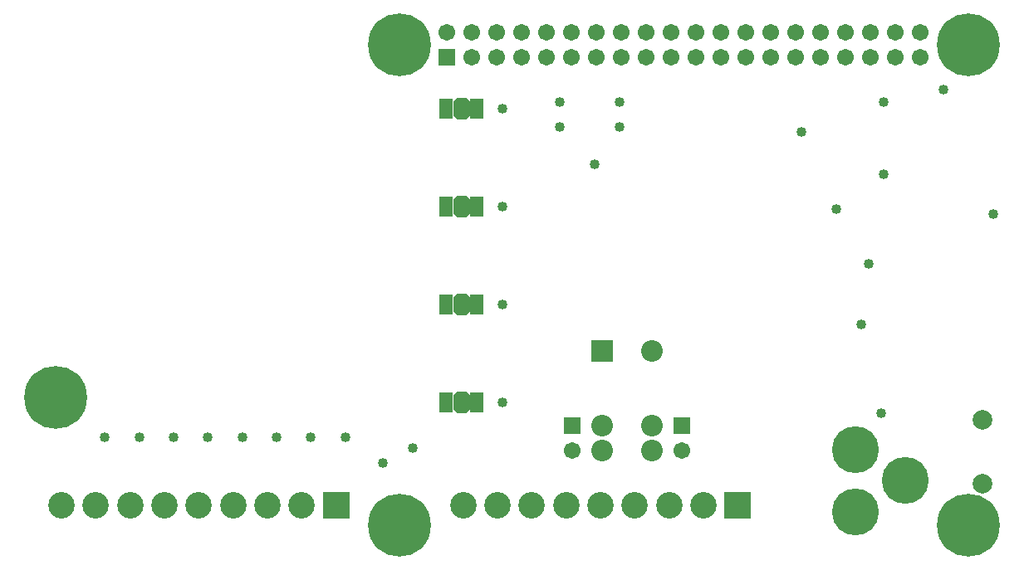
<source format=gbs>
%FSTAX24Y24*%
%MOIN*%
G70*
G01*
G75*
G04 Layer_Color=8388736*
%ADD10R,0.0315X0.0374*%
%ADD11R,0.0374X0.0315*%
%ADD12R,0.0472X0.0256*%
G04:AMPARAMS|DCode=13|XSize=21.7mil|YSize=47.2mil|CornerRadius=0mil|HoleSize=0mil|Usage=FLASHONLY|Rotation=270.000|XOffset=0mil|YOffset=0mil|HoleType=Round|Shape=Octagon|*
%AMOCTAGOND13*
4,1,8,0.0236,0.0054,0.0236,-0.0054,0.0182,-0.0108,-0.0182,-0.0108,-0.0236,-0.0054,-0.0236,0.0054,-0.0182,0.0108,0.0182,0.0108,0.0236,0.0054,0.0*
%
%ADD13OCTAGOND13*%

%ADD14R,0.0472X0.0217*%
%ADD15R,0.0512X0.1063*%
%ADD16O,0.0236X0.0866*%
%ADD17R,0.0236X0.0866*%
%ADD18R,0.0630X0.0630*%
%ADD19R,0.1299X0.1004*%
%ADD20R,0.0374X0.1004*%
%ADD21C,0.0100*%
%ADD22C,0.0200*%
%ADD23C,0.0150*%
%ADD24C,0.0039*%
%ADD25R,0.0787X0.0787*%
%ADD26C,0.0787*%
%ADD27C,0.0591*%
%ADD28R,0.0591X0.0591*%
%ADD29C,0.0709*%
%ADD30R,0.0591X0.0591*%
%ADD31C,0.1800*%
%ADD32C,0.0984*%
%ADD33R,0.0984X0.0984*%
G04:AMPARAMS|DCode=34|XSize=78.7mil|YSize=60mil|CornerRadius=0mil|HoleSize=0mil|Usage=FLASHONLY|Rotation=270.000|XOffset=0mil|YOffset=0mil|HoleType=Round|Shape=Octagon|*
%AMOCTAGOND34*
4,1,8,-0.0150,-0.0394,0.0150,-0.0394,0.0300,-0.0244,0.0300,0.0244,0.0150,0.0394,-0.0150,0.0394,-0.0300,0.0244,-0.0300,-0.0244,-0.0150,-0.0394,0.0*
%
%ADD34OCTAGOND34*%

%ADD35C,0.2441*%
%ADD36C,0.0320*%
%ADD37R,0.0472X0.0728*%
%ADD38C,0.0300*%
%ADD39R,0.0395X0.0454*%
%ADD40R,0.0454X0.0395*%
%ADD41R,0.0552X0.0336*%
G04:AMPARAMS|DCode=42|XSize=25.6mil|YSize=51.2mil|CornerRadius=0mil|HoleSize=0mil|Usage=FLASHONLY|Rotation=270.000|XOffset=0mil|YOffset=0mil|HoleType=Round|Shape=Octagon|*
%AMOCTAGOND42*
4,1,8,0.0256,0.0064,0.0256,-0.0064,0.0192,-0.0128,-0.0192,-0.0128,-0.0256,-0.0064,-0.0256,0.0064,-0.0192,0.0128,0.0192,0.0128,0.0256,0.0064,0.0*
%
%ADD42OCTAGOND42*%

%ADD43R,0.0512X0.0256*%
%ADD44R,0.0592X0.1143*%
%ADD45O,0.0316X0.0946*%
%ADD46R,0.0316X0.0946*%
%ADD47R,0.0710X0.0710*%
%ADD48R,0.1379X0.1084*%
%ADD49R,0.0454X0.1084*%
%ADD50R,0.0867X0.0867*%
%ADD51C,0.0867*%
%ADD52C,0.0671*%
%ADD53R,0.0671X0.0671*%
%ADD54C,0.0789*%
%ADD55R,0.0671X0.0671*%
%ADD56C,0.1880*%
%ADD57C,0.1064*%
%ADD58R,0.1064X0.1064*%
G04:AMPARAMS|DCode=59|XSize=86.7mil|YSize=68mil|CornerRadius=0mil|HoleSize=0mil|Usage=FLASHONLY|Rotation=270.000|XOffset=0mil|YOffset=0mil|HoleType=Round|Shape=Octagon|*
%AMOCTAGOND59*
4,1,8,-0.0170,-0.0434,0.0170,-0.0434,0.0340,-0.0264,0.0340,0.0264,0.0170,0.0434,-0.0170,0.0434,-0.0340,0.0264,-0.0340,-0.0264,-0.0170,-0.0434,0.0*
%
%ADD59OCTAGOND59*%

%ADD60C,0.2521*%
%ADD61C,0.0400*%
%ADD62R,0.0552X0.0808*%
D50*
X084013Y074778D02*
D03*
D51*
Y071778D02*
D03*
Y070778D02*
D03*
X086013Y074778D02*
D03*
Y071778D02*
D03*
Y070778D02*
D03*
D52*
X082813D02*
D03*
X087213D02*
D03*
X077795Y087569D02*
D03*
X078795Y086569D02*
D03*
Y087569D02*
D03*
X079795Y086569D02*
D03*
Y087569D02*
D03*
X080795Y086569D02*
D03*
Y087569D02*
D03*
X081795Y086569D02*
D03*
Y087569D02*
D03*
X082795Y086569D02*
D03*
Y087569D02*
D03*
X083795Y086569D02*
D03*
Y087569D02*
D03*
X084795Y086569D02*
D03*
Y087569D02*
D03*
X085795Y086569D02*
D03*
Y087569D02*
D03*
X086795Y086569D02*
D03*
Y087569D02*
D03*
X087795Y086569D02*
D03*
Y087569D02*
D03*
X088795Y086569D02*
D03*
Y087569D02*
D03*
X089795Y086569D02*
D03*
Y087569D02*
D03*
X090795Y086569D02*
D03*
Y087569D02*
D03*
X091795Y086569D02*
D03*
Y087569D02*
D03*
X092795Y086569D02*
D03*
Y087569D02*
D03*
X093795Y086569D02*
D03*
Y087569D02*
D03*
X094795Y086569D02*
D03*
Y087569D02*
D03*
X095795Y086569D02*
D03*
Y087569D02*
D03*
X096795Y086569D02*
D03*
Y087569D02*
D03*
D53*
X082813Y071778D02*
D03*
X087213D02*
D03*
D54*
X099303Y069451D02*
D03*
Y07201D02*
D03*
D55*
X077795Y086569D02*
D03*
D56*
X096195Y069569D02*
D03*
X094195Y068319D02*
D03*
Y070819D02*
D03*
D57*
X078447Y068565D02*
D03*
X083959D02*
D03*
X079825D02*
D03*
X086715D02*
D03*
X081203D02*
D03*
X082581D02*
D03*
X085337D02*
D03*
X088093D02*
D03*
X062325Y068565D02*
D03*
X067837D02*
D03*
X063703D02*
D03*
X070593D02*
D03*
X065081D02*
D03*
X066459D02*
D03*
X069215D02*
D03*
X07197D02*
D03*
D58*
X08947Y068565D02*
D03*
X073348Y068565D02*
D03*
D59*
X078378Y08451D02*
D03*
Y080573D02*
D03*
X078378Y076636D02*
D03*
X078378Y072699D02*
D03*
D60*
X098713Y087069D02*
D03*
X075878Y067778D02*
D03*
X098713D02*
D03*
X075878Y087069D02*
D03*
X062098Y072896D02*
D03*
D61*
X068201Y071321D02*
D03*
X069579D02*
D03*
X070957D02*
D03*
X072335D02*
D03*
X073713D02*
D03*
X080012Y072699D02*
D03*
Y076636D02*
D03*
Y080573D02*
D03*
Y08451D02*
D03*
X066823Y071321D02*
D03*
X065445D02*
D03*
X064067D02*
D03*
X093413Y080478D02*
D03*
X097713Y085278D02*
D03*
X092013Y083578D02*
D03*
X082313Y083778D02*
D03*
Y084778D02*
D03*
X076413Y070878D02*
D03*
X094413Y075847D02*
D03*
X075213Y070278D02*
D03*
X084713Y083778D02*
D03*
Y084778D02*
D03*
X095313Y081878D02*
D03*
Y084778D02*
D03*
X094713Y078278D02*
D03*
X099713Y080278D02*
D03*
X083713Y082278D02*
D03*
X095213Y072278D02*
D03*
D62*
X079008Y08451D02*
D03*
X077748D02*
D03*
X079008Y080573D02*
D03*
X077748D02*
D03*
X079008Y076636D02*
D03*
X077748D02*
D03*
X079008Y072699D02*
D03*
X077748D02*
D03*
M02*

</source>
